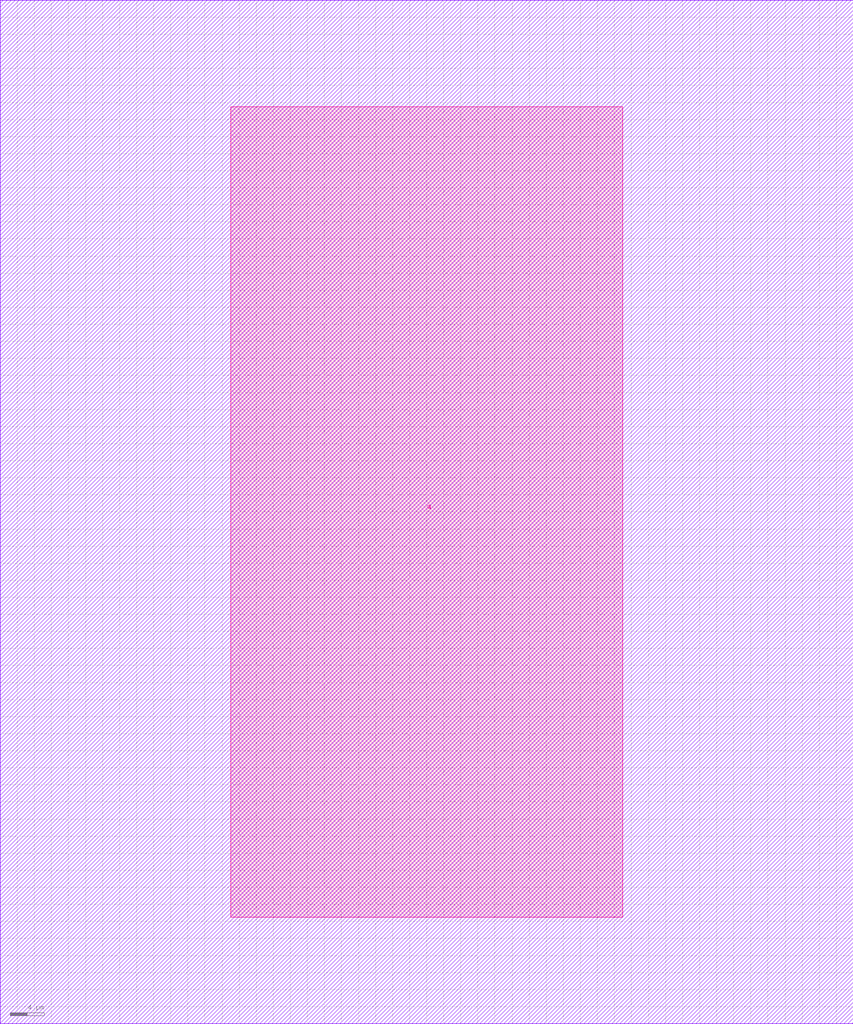
<source format=lef>
VERSION 5.8 ;

BUSBITCHARS "[]" ;

DIVIDERCHAR "/" ;

UNITS
	DATABASE MICRONS 1000 ;
END UNITS

MANUFACTURINGGRID 0.01 ;

CLEARANCEMEASURE EUCLIDEAN ;

USEMINSPACING OBS ON ;

SITE CoreSite
	CLASS CORE ;
	SIZE 1 BY 160 ;
END CoreSite

LAYER M1
	TYPE ROUTING ;
	DIRECTION HORIZONTAL ;
	WIDTH 4.4 ;
	SPACING 5.6 ;
	SPACING 0.09 ENDOFLINE 0.09 WITHIN 0.025 ;
	SPACINGTABLE
		PARALLELRUNLENGTH 0.0
		WIDTH 0.0 0.06
		WIDTH 0.1 0.1
		WIDTH 0.75 0.25
		WIDTH 1.5 0.45 ;
	PITCH 10.0 10.0 ;
END M1

LAYER via1
	TYPE CUT ;
	SPACING 5.6 ;
	WIDTH 4.4 ;
END via1

LAYER M2
	TYPE ROUTING ;
	DIRECTION VERTICAL ;
	WIDTH 4.4 ;
	SPACING 5.6 ;
	SPACING 0.09 ENDOFLINE 0.09 WITHIN 0.025 ;
	SPACINGTABLE
		PARALLELRUNLENGTH 0.0
		WIDTH 0.0 0.06
		WIDTH 0.1 0.1
		WIDTH 0.75 0.25
		WIDTH 1.5 0.45 ;
	PITCH 10.0 10.0 ;
END M2

LAYER via2
	TYPE CUT ;
	SPACING 5.6 ;
	WIDTH 4.4 ;
END via2

LAYER M3
	TYPE ROUTING ;
	DIRECTION HORIZONTAL ;
	WIDTH 4.4 ;
	SPACING 5.6 ;
	SPACING 0.09 ENDOFLINE 0.09 WITHIN 0.025 ;
	SPACINGTABLE
		PARALLELRUNLENGTH 0.0
		WIDTH 0.0 0.06
		WIDTH 0.1 0.1
		WIDTH 0.75 0.25
		WIDTH 1.5 0.45 ;
	PITCH 10.0 10.0 ;
END M3

LAYER via3
	TYPE CUT ;
	SPACING 5.6 ;
	WIDTH 4.4 ;
END via3

LAYER M4
	TYPE ROUTING ;
	DIRECTION VERTICAL ;
	WIDTH 4.4 ;
	SPACING 5.6 ;
	SPACING 0.09 ENDOFLINE 0.09 WITHIN 0.025 ;
	SPACINGTABLE
		PARALLELRUNLENGTH 0.0
		WIDTH 0.0 0.06
		WIDTH 0.1 0.1
		WIDTH 0.75 0.25
		WIDTH 1.5 0.45 ;
	PITCH 10.0 10.0 ;
END M4

LAYER OVERLAP
	TYPE OVERLAP ;
END OVERLAP

VIA VIA12 DEFAULT
	LAYER M1 ;
		RECT -2.2 -2.2 2.2 2.2 ;
	LAYER via1 ;
		RECT -2.2 -2.2 2.2 2.2 ;
	LAYER M2 ;
		RECT -2.2 -2.2 2.2 2.2 ;
END VIA12

VIA VIA23 DEFAULT
	LAYER M2 ;
		RECT -2.2 -2.2 2.2 2.2 ;
	LAYER via2 ;
		RECT -2.2 -2.2 2.2 2.2 ;
	LAYER M3 ;
		RECT -2.2 -2.2 2.2 2.2 ;
END VIA23

VIA VIA34 DEFAULT
	LAYER M3 ;
		RECT -2.2 -2.2 2.2 2.2 ;
	LAYER via3 ;
		RECT -2.2 -2.2 2.2 2.2 ;
	LAYER M4 ;
		RECT -2.2 -2.2 2.2 2.2 ;
END VIA34

MACRO PAD
	CLASS CORE ;
	ORIGIN 0.0 0.0 ;
	SIZE 100.0 BY 120.0 ;
	SYMMETRY X Y ;
	SITE CoreSite ;
	PIN a
	DIRECTION INOUT ;
	USE SIGNAL ;
		PORT
			LAYER M1 ;
				RECT 27.0 12.5 73.0 107.5 ;
			LAYER M4 ;
				RECT 27.0 12.5 73.0 107.5 ;
		END
	END a
END PAD

MACRO LSmitll_AND2T
	CLASS CORE ;
	SIZE 100.0 BY 70.0 ;
	ORIGIN 0.0 0.0 ;
	SYMMETRY X Y ;
	SITE CoreSite ;
	PIN b
	DIRECTION INPUT ;
	USE SIGNAL ;
		PORT
			LAYER M3 ;
				RECT 82.8 52.8 87.2 57.2 ;
		END
	END b
	PIN clk
	DIRECTION INPUT ;
	USE CLOCK ;
		PORT
			LAYER M3 ;
				RECT 12.8 52.8 17.2 57.2 ;
		END
	END clk
	PIN a
	DIRECTION INPUT ;
	USE SIGNAL ;
		PORT
			LAYER M3 ;
				RECT 12.8 12.8 17.2 17.2 ;
		END
	END a
	PIN q
	DIRECTION OUTPUT ;
	USE SIGNAL ;
		PORT
			LAYER M3 ;
				RECT 82.8 12.8 87.2 17.2 ;
		END
	END q
END LSmitll_AND2T

MACRO LSmitll_DCSFQ-PTLTX
	CLASS CORE ;
	SIZE 60.1 BY 50.0 ;
	ORIGIN -0.1 0.0 ;
	SYMMETRY X Y ;
	SITE CoreSite ;
	PIN q
	DIRECTION OUTPUT ;
	USE SIGNAL ;
		PORT
			LAYER M3 ;
				RECT 52.8 12.8 57.2 17.2 ;
		END
	END q
END LSmitll_DCSFQ-PTLTX

MACRO LSmitll_OR2T
	CLASS CORE ;
	SIZE 100.0 BY 70.0 ;
	ORIGIN 0.0 0.0 ;
	SYMMETRY X Y ;
	SITE CoreSite ;
	PIN clk
	DIRECTION INPUT ;
	USE CLOCK ;
		PORT
			LAYER M3 ;
				RECT 82.8 52.8 87.2 57.2 ;
		END
	END clk
	PIN b
	DIRECTION INPUT ;
	USE SIGNAL ;
		PORT
			LAYER M3 ;
				RECT 12.8 52.8 17.2 57.2 ;
		END
	END b
	PIN a
	DIRECTION INPUT ;
	USE SIGNAL ;
		PORT
			LAYER M3 ;
				RECT 12.8 12.8 17.2 17.2 ;
		END
	END a
	PIN q
	DIRECTION OUTPUT ;
	USE SIGNAL ;
		PORT
			LAYER M3 ;
				RECT 82.8 12.8 87.2 17.2 ;
		END
	END q
END LSmitll_OR2T

MACRO LSmitll_PTLTX
	CLASS CORE ;
	SIZE 30.1 BY 70.0 ;
	ORIGIN -0.1 0.0 ;
	SYMMETRY X Y ;
	SITE CoreSite ;
	PIN q
	DIRECTION OUTPUT ;
	USE SIGNAL ;
		PORT
			LAYER M3 ;
				RECT 22.8 2.8 27.2 7.2 ;
		END
	END q
END LSmitll_PTLTX

MACRO LSmitll_JTLT
	CLASS CORE ;
	SIZE 40.0 BY 70.0 ;
	ORIGIN 0.0 0.0 ;
	SYMMETRY X Y ;
	SITE CoreSite ;
	PIN a
	DIRECTION INPUT ;
	USE SIGNAL ;
		PORT
			LAYER M3 ;
				RECT 2.8 52.8 7.2 57.2 ;
		END
	END a
	PIN q
	DIRECTION OUTPUT ;
	USE SIGNAL ;
		PORT
			LAYER M3 ;
				RECT 32.8 12.8 37.2 17.2 ;
		END
	END q
END LSmitll_JTLT

MACRO LSmitll_NDROT
	CLASS CORE ;
	SIZE 120.0 BY 70.0 ;
	ORIGIN 0.0 0.0 ;
	SYMMETRY X Y ;
	SITE CoreSite ;
	PIN in_clk
	DIRECTION INPUT ;
	USE CLOCK ;
		PORT
			LAYER M3 ;
				RECT 102.8 52.8 107.2 57.2 ;
		END
	END in_clk
	PIN a
	DIRECTION INPUT ;
	USE SIGNAL ;
		PORT
			LAYER M3 ;
				RECT 12.8 52.8 17.2 57.2 ;
		END
	END a
	PIN b
	DIRECTION INPUT ;
	USE SIGNAL ;
		PORT
			LAYER M3 ;
				RECT 12.8 12.8 17.2 17.2 ;
		END
	END b
	PIN q
	DIRECTION OUTPUT ;
	USE SIGNAL ;
		PORT
			LAYER M3 ;
				RECT 102.8 12.8 107.2 17.2 ;
		END
	END q
END LSmitll_NDROT

MACRO LSmitll_PTLRX_SFQDC
	CLASS CORE ;
	SIZE 100.1 BY 70.0 ;
	ORIGIN 0.0 0.0 ;
	SYMMETRY X Y ;
	SITE CoreSite ;
	PIN a
	DIRECTION INPUT ;
	USE SIGNAL ;
		PORT
			LAYER M3 ;
				RECT 12.8 52.8 17.2 57.2 ;
		END
	END a
END LSmitll_PTLRX_SFQDC

MACRO LSmitll_DFFT
	CLASS CORE ;
	SIZE 80.0 BY 70.0 ;
	ORIGIN 0.0 0.0 ;
	SYMMETRY X Y ;
	SITE CoreSite ;
	PIN clk
	DIRECTION INPUT ;
	USE CLOCK ;
		PORT
			LAYER M3 ;
				RECT 12.8 52.8 17.2 57.2 ;
		END
	END clk
	PIN a
	DIRECTION INPUT ;
	USE SIGNAL ;
		PORT
			LAYER M3 ;
				RECT 12.8 12.8 17.2 17.2 ;
		END
	END a
	PIN q
	DIRECTION OUTPUT ;
	USE SIGNAL ;
		PORT
			LAYER M3 ;
				RECT 62.8 12.8 67.2 17.2 ;
		END
	END q
END LSmitll_DFFT

MACRO LSmitll_NOTT
	CLASS CORE ;
	SIZE 100.0 BY 70.0 ;
	ORIGIN 0.0 0.0 ;
	SYMMETRY X Y ;
	SITE CoreSite ;
	PIN a
	DIRECTION INPUT ;
	USE SIGNAL ;
		PORT
			LAYER M3 ;
				RECT 12.8 52.8 17.2 57.2 ;
		END
	END a
	PIN clk
	DIRECTION INPUT ;
	USE CLOCK ;
		PORT
			LAYER M3 ;
				RECT 12.8 12.8 17.2 17.2 ;
		END
	END clk
	PIN q
	DIRECTION OUTPUT ;
	USE SIGNAL ;
		PORT
			LAYER M3 ;
				RECT 82.8 12.8 87.2 17.2 ;
		END
	END q
END LSmitll_NOTT

MACRO LSmitll_SPLITT
	CLASS CORE ;
	SIZE 50.0 BY 70.0 ;
	ORIGIN 0.0 0.0 ;
	SYMMETRY X Y ;
	SITE CoreSite ;
	PIN a
	DIRECTION INPUT ;
	USE SIGNAL ;
		PORT
			LAYER M3 ;
				RECT 12.8 52.8 17.2 57.2 ;
		END
	END a
	PIN q0
	DIRECTION OUTPUT ;
	USE SIGNAL ;
		PORT
			LAYER M3 ;
				RECT 12.8 12.8 17.2 17.2 ;
		END
	END q0
	PIN q1
	DIRECTION OUTPUT ;
	USE SIGNAL ;
		PORT
			LAYER M3 ;
				RECT 32.8 12.8 37.2 17.2 ;
		END
	END q1
END LSmitll_SPLITT

MACRO LSmitll_XORT
	CLASS CORE ;
	SIZE 100.0 BY 70.0 ;
	ORIGIN 0.0 0.0 ;
	SYMMETRY X Y ;
	SITE CoreSite ;
	PIN clk
	DIRECTION INPUT ;
	USE CLOCK ;
		PORT
			LAYER M3 ;
				RECT 82.8 52.8 87.2 57.2 ;
		END
	END clk
	PIN a
	DIRECTION INPUT ;
	USE SIGNAL ;
		PORT
			LAYER M3 ;
				RECT 12.8 52.8 17.2 57.2 ;
		END
	END a
	PIN b
	DIRECTION INPUT ;
	USE SIGNAL ;
		PORT
			LAYER M3 ;
				RECT 12.8 12.8 17.2 17.2 ;
		END
	END b
	PIN q
	DIRECTION OUTPUT ;
	USE SIGNAL ;
		PORT
			LAYER M3 ;
				RECT 82.8 12.8 87.2 17.2 ;
		END
	END q
END LSmitll_XORT

END LIBRARY

</source>
